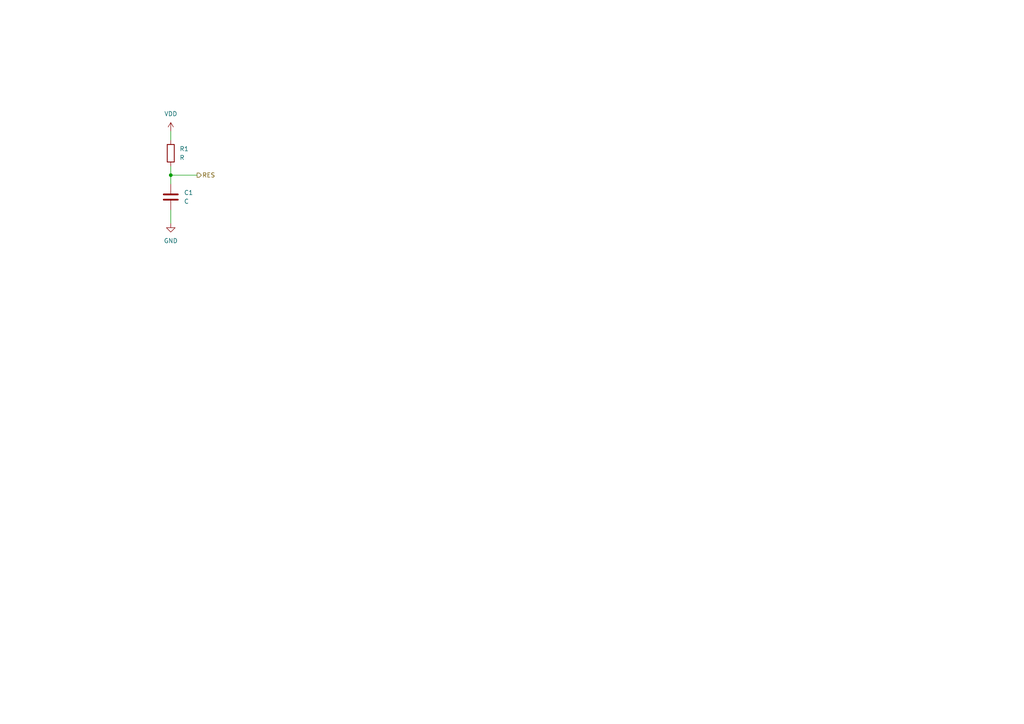
<source format=kicad_sch>
(kicad_sch (version 20230121) (generator eeschema)
  (paper "A4")
  (lib_symbols
    (symbol "Device:C" (pin_numbers hide) (pin_names (offset 0.254))
      (property "Reference" "C" (at 0.635 2.54 0))
      (property "Value" "C" (at 0.635 -2.54 0))
      (symbol "C_0_1"
        (polyline (pts (xy -2.032 -0.762) (xy 2.032 -0.762)) (stroke (width 0.508)))
        (polyline (pts (xy -2.032 0.762) (xy 2.032 0.762)) (stroke (width 0.508)))
      )
      (symbol "C_1_1"
        (pin passive line (at 0 3.81 270) (length 2.794) (name "~") (number "1"))
        (pin passive line (at 0 -3.81 90) (length 2.794) (name "~") (number "2"))
      )
    )
    (symbol "Device:R" (pin_numbers hide) (pin_names (offset 0))
      (property "Reference" "R" (at 2.032 0 90))
      (property "Value" "R" (at 0 0 90))
      (symbol "R_0_1"
        (rectangle (start -1.016 -2.54) (end 1.016 2.54) (stroke (width 0.254)))
      )
      (symbol "R_1_1"
        (pin passive line (at 0 3.81 270) (length 1.27) (name "~") (number "1"))
        (pin passive line (at 0 -3.81 90) (length 1.27) (name "~") (number "2"))
      )
    )
    (symbol "power:GND" (power) (pin_names (offset 0))
      (property "Value" "GND" (at 0 -3.81 0))
      (symbol "GND_0_1"
        (polyline (pts (xy 0 0) (xy 0 -1.27) (xy 1.27 -1.27) (xy 0 -2.54) (xy -1.27 -1.27) (xy 0 -1.27)))
      )
      (symbol "GND_1_1"
        (pin power_in line (at 0 0 270) (length 0) hide (name "GND") (number "1"))
      )
    )
    (symbol "power:VDD" (power) (pin_names (offset 0))
      (property "Value" "VDD" (at 0 3.81 0))
      (symbol "VDD_0_1"
        (polyline (pts (xy -0.762 1.27) (xy 0 2.54)))
        (polyline (pts (xy 0 0) (xy 0 2.54)))
        (polyline (pts (xy 0 2.54) (xy 0.762 1.27)))
      )
      (symbol "VDD_1_1"
        (pin power_in line (at 0 0 90) (length 0) hide (name "VDD") (number "1"))
      )
    )
  )
  (junction (at 49.53 50.8))
  (wire (pts (xy 49.53 50.8) (xy 57.15 50.8)))
  (wire (pts (xy 49.53 38.1) (xy 49.53 40.64)))
  (wire (pts (xy 49.53 60.96) (xy 49.53 64.77)))
  (wire (pts (xy 49.53 50.8) (xy 49.53 53.34)))
  (wire (pts (xy 49.53 48.26) (xy 49.53 50.8)))
  (hierarchical_label "RES" (shape output) (at 57.15 50.8 0))
  (symbol (lib_id "power:VDD") (at 49.53 38.1 0) (unit 1)
    (property "Reference" "#PWR01" (effects hide))
    (property "Value" "VDD" (at 49.53 33.02 0))
  )
  (symbol (lib_id "Device:C") (at 49.53 57.15 0) (unit 1)
    (property "Reference" "C1" (at 53.34 55.88 0) (effects (justify left)))
    (property "Value" "C" (at 53.34 58.42 0) (effects (justify left)))
    (property "Footprint" "Capacitor_SMD:C_1206_3216Metric" (effects hide))
  )
  (symbol (lib_id "Device:R") (at 49.53 44.45 0) (unit 1)
    (property "Reference" "R1" (at 52.07 43.18 0) (effects (justify left)))
    (property "Value" "R" (at 52.07 45.72 0) (effects (justify left)))
    (property "Footprint" "Capacitor_SMD:C_1206_3216Metric" (effects hide))
  )
  (symbol (lib_id "power:GND") (at 49.53 64.77 0) (unit 1)
    (property "Reference" "#PWR02" (effects hide))
    (property "Value" "GND" (at 49.53 69.85 0))
  )
)
</source>
